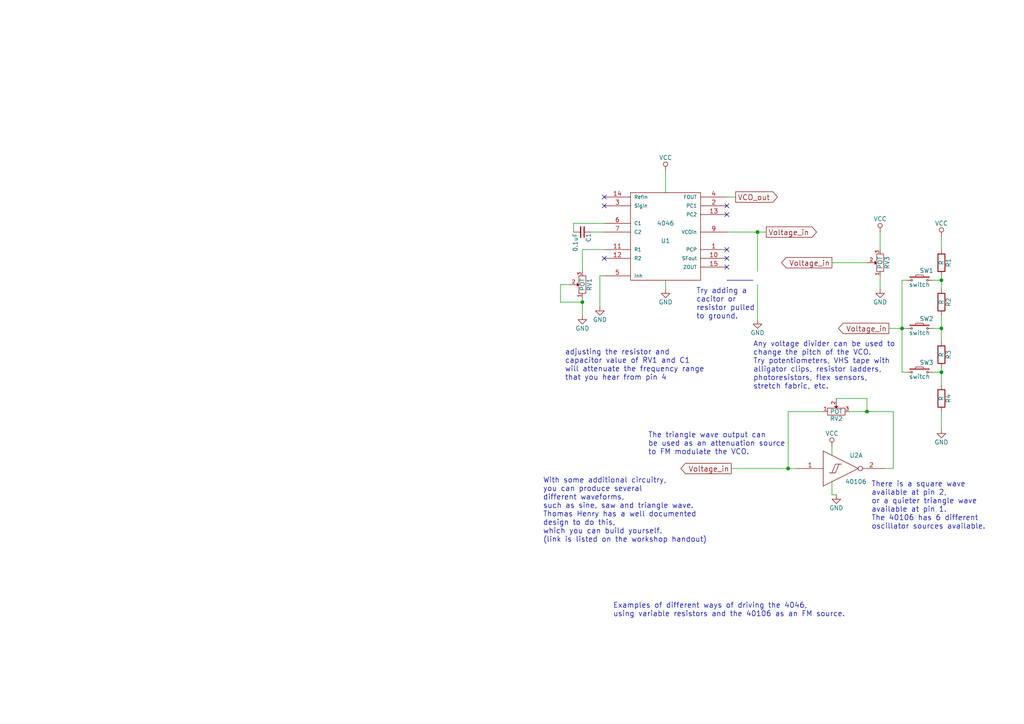
<source format=kicad_sch>
(kicad_sch (version 20230121) (generator eeschema)
  (paper "A4")
  (lib_symbols
    (symbol "CMOScircuits-rescue:40106" (pin_names (offset 1.016) hide)
      (property "Reference" "U" (at 2.54 3.81 0))
      (property "Value" "40106" (at 1.27 -3.81 0))
      (symbol "40106_0_0"
        (polyline (pts (xy -0.508 1.27) (xy -1.524 -1.27) (xy -2.54 -1.27) (xy -2.54 -1.27)))
        (polyline (pts (xy 0.254 1.27) (xy -1.524 1.27) (xy -2.54 -1.27) (xy -3.302 -1.27) (xy -3.302 -1.27)))
      )
      (symbol "40106_0_1"
        (polyline (pts (xy -5.08 -5.08) (xy -5.08 5.08)))
        (polyline (pts (xy -5.08 5.08) (xy 5.08 0)))
        (polyline (pts (xy 5.08 0) (xy -5.08 -5.08)))
      )
      (symbol "40106_0_2"
        (polyline (pts (xy -5.08 -5.08) (xy -5.08 5.08)))
        (polyline (pts (xy -5.08 5.08) (xy 5.08 0)))
        (polyline (pts (xy 5.08 0) (xy -5.08 -5.08)))
      )
      (symbol "40106_1_1"
        (pin input line (at -12.7 0 0) (length 7.62) (name "In") (number "1"))
        (pin power_in line (at -2.54 3.81 270) (length 0) hide (name "VDD") (number "14"))
        (pin output inverted (at 12.7 0 180) (length 7.62) (name "Out") (number "2"))
        (pin power_in line (at -2.54 -3.81 90) (length 0) hide (name "VSS") (number "7"))
      )
      (symbol "40106_1_2"
        (pin input inverted (at -12.7 0 0) (length 7.62) (name "In") (number "1"))
        (pin power_in line (at -2.54 3.81 270) (length 0) hide (name "VDD") (number "14"))
        (pin output line (at 12.7 0 180) (length 7.62) (name "Out") (number "2"))
        (pin power_in line (at -2.54 -3.81 90) (length 0) hide (name "VSS") (number "7"))
      )
      (symbol "40106_2_1"
        (pin power_in line (at -2.54 3.81 270) (length 0) hide (name "VDD") (number "14"))
        (pin input line (at -12.7 0 0) (length 7.62) (name "In") (number "3"))
        (pin output inverted (at 12.7 0 180) (length 7.62) (name "Out") (number "4"))
        (pin power_in line (at -2.54 -3.81 90) (length 0) hide (name "VSS") (number "7"))
      )
      (symbol "40106_2_2"
        (pin power_in line (at -2.54 3.81 270) (length 0) hide (name "VDD") (number "14"))
        (pin input line (at -12.7 0 0) (length 7.62) (name "In") (number "3"))
        (pin output line (at 12.7 0 180) (length 7.62) (name "Out") (number "4"))
        (pin power_in line (at -2.54 -3.81 90) (length 0) hide (name "VSS") (number "7"))
      )
      (symbol "40106_3_1"
        (pin power_in line (at -2.54 3.81 270) (length 0) hide (name "VDD") (number "14"))
        (pin input line (at -12.7 0 0) (length 7.62) (name "In") (number "5"))
        (pin output inverted (at 12.7 0 180) (length 7.62) (name "Out") (number "6"))
        (pin power_in line (at -2.54 -3.81 90) (length 0) hide (name "VSS") (number "7"))
      )
      (symbol "40106_3_2"
        (pin power_in line (at -2.54 3.81 270) (length 0) hide (name "VDD") (number "14"))
        (pin input line (at -12.7 0 0) (length 7.62) (name "In") (number "5"))
        (pin output line (at 12.7 0 180) (length 7.62) (name "Out") (number "6"))
        (pin power_in line (at -2.54 -3.81 90) (length 0) hide (name "VSS") (number "7"))
      )
      (symbol "40106_4_1"
        (pin power_in line (at -2.54 3.81 270) (length 0) hide (name "VDD") (number "14"))
        (pin power_in line (at -2.54 -3.81 90) (length 0) hide (name "VSS") (number "7"))
        (pin output inverted (at 12.7 0 180) (length 7.62) (name "Out") (number "8"))
        (pin input line (at -12.7 0 0) (length 7.62) (name "In") (number "9"))
      )
      (symbol "40106_4_2"
        (pin power_in line (at -2.54 3.81 270) (length 0) hide (name "VDD") (number "14"))
        (pin power_in line (at -2.54 -3.81 90) (length 0) hide (name "VSS") (number "7"))
        (pin output line (at 12.7 0 180) (length 7.62) (name "Out") (number "8"))
        (pin input line (at -12.7 0 0) (length 7.62) (name "In") (number "9"))
      )
      (symbol "40106_5_1"
        (pin output inverted (at 12.7 0 180) (length 7.62) (name "Out") (number "10"))
        (pin input line (at -12.7 0 0) (length 7.62) (name "In") (number "11"))
        (pin power_in line (at -2.54 3.81 270) (length 0) hide (name "VDD") (number "14"))
        (pin power_in line (at -2.54 -3.81 90) (length 0) hide (name "VSS") (number "7"))
      )
      (symbol "40106_5_2"
        (pin output line (at 12.7 0 180) (length 7.62) (name "Out") (number "10"))
        (pin input line (at -12.7 0 0) (length 7.62) (name "In") (number "11"))
        (pin power_in line (at -2.54 3.81 270) (length 0) hide (name "VDD") (number "14"))
        (pin power_in line (at -2.54 -3.81 90) (length 0) hide (name "VSS") (number "7"))
      )
      (symbol "40106_6_1"
        (pin output inverted (at 12.7 0 180) (length 7.62) (name "Out") (number "12"))
        (pin input line (at -12.7 0 0) (length 7.62) (name "In") (number "13"))
        (pin power_in line (at -2.54 3.81 270) (length 0) hide (name "VDD") (number "14"))
        (pin power_in line (at -2.54 -3.81 90) (length 0) hide (name "VSS") (number "7"))
      )
      (symbol "40106_6_2"
        (pin output line (at 12.7 0 180) (length 7.62) (name "Out") (number "12"))
        (pin input line (at -12.7 0 0) (length 7.62) (name "In") (number "13"))
        (pin power_in line (at -2.54 3.81 270) (length 0) hide (name "VDD") (number "14"))
        (pin power_in line (at -2.54 -3.81 90) (length 0) hide (name "VSS") (number "7"))
      )
    )
    (symbol "CMOScircuits-rescue:4046" (pin_names (offset 1.016))
      (property "Reference" "U" (at 0 -2.54 0))
      (property "Value" "4046" (at 0 2.54 0))
      (symbol "4046_0_1"
        (rectangle (start -10.16 11.43) (end 10.16 -13.97))
      )
      (symbol "4046_1_1"
        (pin output line (at 17.78 -5.08 180) (length 7.62) (name "PCP") (number "1"))
        (pin output line (at 17.78 -7.62 180) (length 7.62) (name "SFout") (number "10"))
        (pin input line (at -17.78 -5.08 0) (length 7.62) (name "R1") (number "11"))
        (pin input line (at -17.78 -7.62 0) (length 7.62) (name "R2") (number "12"))
        (pin tri_state line (at 17.78 5.08 180) (length 7.62) (name "PC2") (number "13"))
        (pin input line (at -17.78 10.16 0) (length 7.62) (name "RefIn") (number "14"))
        (pin output line (at 17.78 -10.16 180) (length 7.62) (name "ZOUT") (number "15"))
        (pin power_in line (at 0 11.43 270) (length 0) hide (name "VDD") (number "16"))
        (pin output line (at 17.78 7.62 180) (length 7.62) (name "PC1") (number "2"))
        (pin input line (at -17.78 7.62 0) (length 7.62) (name "SigIn") (number "3"))
        (pin input line (at 17.78 10.16 180) (length 7.62) (name "FOUT") (number "4"))
        (pin input line (at -17.78 -12.7 0) (length 7.62) (name "Inh") (number "5"))
        (pin input line (at -17.78 2.54 0) (length 7.62) (name "C1") (number "6"))
        (pin input line (at -17.78 0 0) (length 7.62) (name "C2") (number "7"))
        (pin power_in line (at 0 -13.97 90) (length 0) hide (name "VSS") (number "8"))
        (pin input line (at 17.78 0 180) (length 7.62) (name "VCOin") (number "9"))
      )
    )
    (symbol "CMOScircuits-rescue:C_Small" (pin_numbers hide) (pin_names (offset 0.254) hide)
      (property "Reference" "C" (at 0.254 1.778 0))
      (property "Value" "C_Small" (at 0.254 -2.032 0))
      (symbol "C_Small_0_1"
        (polyline (pts (xy -1.524 -0.508) (xy 1.524 -0.508)) (stroke (width 0.3302)))
        (polyline (pts (xy -1.524 0.508) (xy 1.524 0.508)) (stroke (width 0.3048)))
      )
      (symbol "C_Small_1_1"
        (pin passive line (at 0 2.54 270) (length 1.905) (name "~") (number "1"))
        (pin passive line (at 0 -2.54 90) (length 2.032) (name "~") (number "2"))
      )
    )
    (symbol "CMOScircuits-rescue:GND" (power) (pin_names (offset 0))
      (property "Value" "GND" (at 0 -3.81 0))
      (symbol "GND_0_1"
        (polyline (pts (xy 0 0) (xy 0 -1.27) (xy 1.27 -1.27) (xy 0 -2.54) (xy -1.27 -1.27) (xy 0 -1.27)))
      )
      (symbol "GND_1_1"
        (pin power_in line (at 0 0 270) (length 0) hide (name "GND") (number "1"))
      )
    )
    (symbol "CMOScircuits-rescue:POT" (pin_names (offset 1.016) hide)
      (property "Reference" "RV" (at 0 -2.032 0))
      (property "Value" "POT" (at 0 0 0))
      (symbol "POT_0_1"
        (rectangle (start -2.54 1.016) (end 2.54 -1.016))
        (polyline (pts (xy 0 1.016) (xy -0.508 1.524) (xy 0.508 1.524)) (fill (type outline)))
      )
      (symbol "POT_1_1"
        (pin passive line (at -3.81 0 0) (length 1.27) (name "1") (number "1"))
        (pin passive line (at 0 3.81 270) (length 2.54) (name "2") (number "2"))
        (pin passive line (at 3.81 0 180) (length 1.27) (name "3") (number "3"))
      )
    )
    (symbol "CMOScircuits-rescue:R" (pin_numbers hide) (pin_names (offset 0))
      (property "Reference" "R" (at 2.032 0 90))
      (property "Value" "R" (at 0 0 90))
      (symbol "R_0_1"
        (rectangle (start -1.016 -2.54) (end 1.016 2.54) (stroke (width 0.254)))
      )
      (symbol "R_1_1"
        (pin passive line (at 0 3.81 270) (length 1.27) (name "~") (number "1"))
        (pin passive line (at 0 -3.81 90) (length 1.27) (name "~") (number "2"))
      )
    )
    (symbol "CMOScircuits-rescue:SW_PUSH_SMALL_H" (pin_numbers hide) (pin_names (offset 1.016) hide)
      (property "Reference" "SW" (at 2.032 2.794 0))
      (property "Value" "SW_PUSH_SMALL_H" (at 9.144 -1.524 0))
      (symbol "SW_PUSH_SMALL_H_0_1"
        (circle (center -2.286 0) (radius 0.254))
        (polyline (pts (xy -2.794 0.762) (xy 2.794 0.762)))
        (polyline (pts (xy -2.794 0.762) (xy -2.794 1.016) (xy 2.794 1.016) (xy 2.794 0.762)))
        (polyline (pts (xy -1.27 1.016) (xy -1.016 1.524) (xy 1.016 1.524) (xy 1.27 1.016)))
        (circle (center 2.286 0) (radius 0.254))
        (pin passive line (at -3.81 0 0) (length 1.27) (name "1") (number "1"))
        (pin passive line (at 3.81 0 180) (length 1.27) (name "2") (number "2"))
      )
    )
    (symbol "CMOScircuits-rescue:VCC" (power) (pin_names (offset 0))
      (property "Value" "VCC" (at 0 3.81 0))
      (symbol "VCC_0_1"
        (polyline (pts (xy 0 0) (xy 0 1.27)))
        (circle (center 0 1.905) (radius 0.635))
      )
      (symbol "VCC_1_1"
        (pin power_in line (at 0 0 90) (length 0) hide (name "VCC") (number "1"))
      )
    )
  )
  (junction (at 168.91 87.63))
  (junction (at 219.71 67.31))
  (junction (at 251.46 119.38))
  (junction (at 273.05 107.95))
  (junction (at 273.05 95.25))
  (junction (at 228.6 135.89))
  (junction (at 273.05 81.28))
  (junction (at 261.62 95.25))
  (no_connect (at 210.82 72.39))
  (no_connect (at 210.82 62.23))
  (no_connect (at 210.82 77.47))
  (no_connect (at 210.82 59.69))
  (no_connect (at 175.26 59.69))
  (no_connect (at 175.26 74.93))
  (no_connect (at 175.26 57.15))
  (no_connect (at 210.82 74.93))
  (wire (pts (xy 210.82 57.15) (xy 213.36 57.15)))
  (wire (pts (xy 166.37 67.31) (xy 166.37 64.77)))
  (wire (pts (xy 259.08 119.38) (xy 259.08 135.89)))
  (wire (pts (xy 270.51 107.95) (xy 273.05 107.95)))
  (wire (pts (xy 162.56 87.63) (xy 162.56 82.55)))
  (wire (pts (xy 210.82 67.31) (xy 219.71 67.31)))
  (wire (pts (xy 259.08 135.89) (xy 256.54 135.89)))
  (wire (pts (xy 262.89 81.28) (xy 261.62 81.28)))
  (wire (pts (xy 261.62 81.28) (xy 261.62 95.25)))
  (wire (pts (xy 168.91 86.36) (xy 168.91 87.63)))
  (wire (pts (xy 255.27 72.39) (xy 255.27 67.31)))
  (wire (pts (xy 219.71 78.74) (xy 219.71 67.31)))
  (wire (pts (xy 168.91 87.63) (xy 168.91 91.44)))
  (wire (pts (xy 273.05 81.28) (xy 273.05 83.82)))
  (wire (pts (xy 273.05 91.44) (xy 273.05 95.25)))
  (wire (pts (xy 241.3 139.7) (xy 241.3 143.51)))
  (wire (pts (xy 193.04 49.53) (xy 193.04 55.88)))
  (wire (pts (xy 212.09 135.89) (xy 228.6 135.89)))
  (wire (pts (xy 251.46 76.2) (xy 241.3 76.2)))
  (wire (pts (xy 241.3 143.51) (xy 242.57 143.51)))
  (wire (pts (xy 261.62 95.25) (xy 262.89 95.25)))
  (wire (pts (xy 242.57 115.57) (xy 251.46 115.57)))
  (wire (pts (xy 273.05 106.68) (xy 273.05 107.95)))
  (wire (pts (xy 166.37 64.77) (xy 175.26 64.77)))
  (wire (pts (xy 273.05 107.95) (xy 273.05 111.76)))
  (wire (pts (xy 241.3 132.08) (xy 241.3 129.54)))
  (wire (pts (xy 273.05 72.39) (xy 273.05 68.58)))
  (wire (pts (xy 238.76 119.38) (xy 228.6 119.38)))
  (wire (pts (xy 251.46 115.57) (xy 251.46 119.38)))
  (wire (pts (xy 168.91 72.39) (xy 175.26 72.39)))
  (wire (pts (xy 246.38 119.38) (xy 251.46 119.38)))
  (wire (pts (xy 171.45 67.31) (xy 175.26 67.31)))
  (wire (pts (xy 270.51 95.25) (xy 273.05 95.25)))
  (wire (pts (xy 255.27 83.82) (xy 255.27 80.01)))
  (wire (pts (xy 168.91 78.74) (xy 168.91 72.39)))
  (wire (pts (xy 273.05 119.38) (xy 273.05 124.46)))
  (wire (pts (xy 173.99 80.01) (xy 175.26 80.01)))
  (wire (pts (xy 261.62 95.25) (xy 261.62 107.95)))
  (wire (pts (xy 168.91 87.63) (xy 162.56 87.63)))
  (wire (pts (xy 261.62 107.95) (xy 262.89 107.95)))
  (wire (pts (xy 219.71 67.31) (xy 222.25 67.31)))
  (wire (pts (xy 228.6 119.38) (xy 228.6 135.89)))
  (wire (pts (xy 193.04 83.82) (xy 193.04 81.28)))
  (wire (pts (xy 162.56 82.55) (xy 165.1 82.55)))
  (wire (pts (xy 273.05 95.25) (xy 273.05 99.06)))
  (wire (pts (xy 273.05 80.01) (xy 273.05 81.28)))
  (wire (pts (xy 270.51 81.28) (xy 273.05 81.28)))
  (wire (pts (xy 219.71 92.71) (xy 219.71 82.55)))
  (polyline (pts (xy 210.82 81.28) (xy 218.44 81.28)))
  (wire (pts (xy 251.46 119.38) (xy 259.08 119.38)))
  (wire (pts (xy 257.81 95.25) (xy 261.62 95.25)))
  (wire (pts (xy 173.99 88.9) (xy 173.99 80.01)))
  (wire (pts (xy 228.6 135.89) (xy 231.14 135.89)))
  (text "There is a square wave \navailable at pin 2, \nor a quieter triangle wave \navailable at pin 1.  \nThe 40106 has 6 different \noscillator sources available." (at 252.73 153.67 0) (effects (font (size 1.524 1.524)) (justify left bottom)))
  (text "Try adding a \ncacitor or \nresistor pulled \nto ground.\n" (at 201.93 92.71 0) (effects (font (size 1.524 1.524)) (justify left bottom)))
  (text "adjusting the resistor and \ncapacitor value of RV1 and C1 \nwill attenuate the frequency range \nthat you hear from pin 4\n" (at 163.83 110.49 0) (effects (font (size 1.524 1.524)) (justify left bottom)))
  (text "Examples of different ways of driving the 4046, \nusing variable resistors and the 40106 as an FM source." (at 177.8 179.07 0) (effects (font (size 1.524 1.524)) (justify left bottom)))
  (text "Any voltage divider can be used to \nchange the pitch of the VCO.  \nTry potentiometers, VHS tape with \nalligator clips, resistor ladders, \nphotoresistors, flex sensors, \nstretch fabric, etc. " (at 218.44 113.03 0) (effects (font (size 1.524 1.524)) (justify left bottom)))
  (text "With some additional circuitry, \nyou can produce several \ndifferent waveforms, \nsuch as sine, saw and triangle wave.  \nThomas Henry has a well documented\ndesign to do this, \nwhich you can build yourself.  \n(link is listed on the workshop handout)" (at 157.48 157.48 0) (effects (font (size 1.524 1.524)) (justify left bottom)))
  (text "The triangle wave output can \nbe used as an attenuation source \nto FM modulate the VCO.  \n" (at 187.96 132.08 0) (effects (font (size 1.524 1.524)) (justify left bottom)))
  (global_label "Voltage_in" (shape output) (at 222.25 67.31 0) (effects (font (size 1.524 1.524))) (property "Intersheetrefs" "${INTERSHEET_REFS}" (effects hide)))
  (global_label "Voltage_in" (shape output) (at 241.3 76.2 180) (effects (font (size 1.524 1.524))) (property "Intersheetrefs" "${INTERSHEET_REFS}" (effects hide)))
  (global_label "Voltage_in" (shape output) (at 257.81 95.25 180) (effects (font (size 1.524 1.524))) (property "Intersheetrefs" "${INTERSHEET_REFS}" (effects hide)))
  (global_label "VCO_out" (shape output) (at 213.36 57.15 0) (effects (font (size 1.524 1.524))) (property "Intersheetrefs" "${INTERSHEET_REFS}" (effects hide)))
  (global_label "Voltage_in" (shape output) (at 212.09 135.89 180) (effects (font (size 1.524 1.524))) (property "Intersheetrefs" "${INTERSHEET_REFS}" (effects hide)))
  (symbol (lib_id "CMOScircuits-rescue:4046") (at 193.04 67.31 0) (unit 1)
    (property "Reference" "U1" (at 193.04 69.85 0))
    (property "Value" "4046" (at 193.04 64.77 0))
  )
  (symbol (lib_id "CMOScircuits-rescue:C_Small") (at 168.91 67.31 270) (unit 1)
    (property "Reference" "C1" (at 170.688 67.564 0) (effects (justify left)))
    (property "Value" "0.1uF" (at 166.878 67.564 0) (effects (justify left)))
  )
  (symbol (lib_id "CMOScircuits-rescue:GND") (at 168.91 91.44 0) (unit 1)
    (property "Reference" "#PWR1" (effects hide))
    (property "Value" "GND" (at 168.91 95.25 0))
  )
  (symbol (lib_id "CMOScircuits-rescue:GND") (at 173.99 88.9 0) (unit 1)
    (property "Reference" "#PWR2" (effects hide))
    (property "Value" "GND" (at 173.99 92.71 0))
  )
  (symbol (lib_id "CMOScircuits-rescue:40106") (at 243.84 135.89 0) (unit 1)
    (property "Reference" "U2" (at 246.38 132.08 0) (effects (justify left)))
    (property "Value" "40106" (at 245.11 139.7 0) (effects (justify left)))
  )
  (symbol (lib_id "CMOScircuits-rescue:POT") (at 242.57 119.38 0) (unit 1)
    (property "Reference" "RV2" (at 242.57 121.412 0))
    (property "Value" "POT" (at 242.57 119.38 0))
  )
  (symbol (lib_id "CMOScircuits-rescue:POT") (at 255.27 76.2 90) (unit 1)
    (property "Reference" "RV3" (at 257.302 76.2 0))
    (property "Value" "POT" (at 255.27 76.2 0))
  )
  (symbol (lib_id "CMOScircuits-rescue:GND") (at 255.27 83.82 0) (unit 1)
    (property "Reference" "#PWR9" (effects hide))
    (property "Value" "GND" (at 255.27 87.63 0))
  )
  (symbol (lib_id "CMOScircuits-rescue:VCC") (at 255.27 67.31 0) (unit 1)
    (property "Reference" "#PWR8" (effects hide))
    (property "Value" "VCC" (at 255.27 63.5 0))
  )
  (symbol (lib_id "CMOScircuits-rescue:R") (at 273.05 76.2 0) (unit 1)
    (property "Reference" "R1" (at 275.082 76.2 90))
    (property "Value" "R" (at 273.05 76.2 90))
  )
  (symbol (lib_id "CMOScircuits-rescue:R") (at 273.05 87.63 0) (unit 1)
    (property "Reference" "R2" (at 275.082 87.63 90))
    (property "Value" "R" (at 273.05 87.63 90))
  )
  (symbol (lib_id "CMOScircuits-rescue:VCC") (at 273.05 68.58 0) (unit 1)
    (property "Reference" "#PWR10" (effects hide))
    (property "Value" "VCC" (at 273.05 64.77 0))
  )
  (symbol (lib_id "CMOScircuits-rescue:GND") (at 273.05 124.46 0) (unit 1)
    (property "Reference" "#PWR11" (effects hide))
    (property "Value" "GND" (at 273.05 128.27 0))
  )
  (symbol (lib_id "CMOScircuits-rescue:VCC") (at 193.04 49.53 0) (unit 1)
    (property "Reference" "#PWR3" (effects hide))
    (property "Value" "VCC" (at 193.04 45.72 0))
  )
  (symbol (lib_id "CMOScircuits-rescue:GND") (at 193.04 83.82 0) (unit 1)
    (property "Reference" "#PWR4" (effects hide))
    (property "Value" "GND" (at 193.04 87.63 0))
  )
  (symbol (lib_id "CMOScircuits-rescue:GND") (at 242.57 143.51 0) (unit 1)
    (property "Reference" "#PWR7" (effects hide))
    (property "Value" "GND" (at 242.57 147.32 0))
  )
  (symbol (lib_id "CMOScircuits-rescue:VCC") (at 241.3 129.54 0) (unit 1)
    (property "Reference" "#PWR6" (effects hide))
    (property "Value" "VCC" (at 241.3 125.73 0))
  )
  (symbol (lib_id "CMOScircuits-rescue:R") (at 273.05 102.87 0) (unit 1)
    (property "Reference" "R3" (at 275.082 102.87 90))
    (property "Value" "R" (at 273.05 102.87 90))
  )
  (symbol (lib_id "CMOScircuits-rescue:R") (at 273.05 115.57 0) (unit 1)
    (property "Reference" "R4" (at 275.082 115.57 90))
    (property "Value" "R" (at 273.05 115.57 90))
  )
  (symbol (lib_id "CMOScircuits-rescue:SW_PUSH_SMALL_H") (at 266.7 81.28 0) (unit 1)
    (property "Reference" "SW1" (at 268.732 78.486 0))
    (property "Value" "switch" (at 266.7 82.55 0))
  )
  (symbol (lib_id "CMOScircuits-rescue:SW_PUSH_SMALL_H") (at 266.7 95.25 0) (unit 1)
    (property "Reference" "SW2" (at 268.732 92.456 0))
    (property "Value" "switch" (at 266.7 96.52 0))
  )
  (symbol (lib_id "CMOScircuits-rescue:SW_PUSH_SMALL_H") (at 266.7 107.95 0) (unit 1)
    (property "Reference" "SW3" (at 268.732 105.156 0))
    (property "Value" "switch" (at 266.7 109.22 0))
  )
  (symbol (lib_id "CMOScircuits-rescue:GND") (at 219.71 92.71 0) (unit 1)
    (property "Reference" "#PWR5" (effects hide))
    (property "Value" "GND" (at 219.71 96.52 0))
  )
  (symbol (lib_id "CMOScircuits-rescue:POT") (at 168.91 82.55 90) (unit 1)
    (property "Reference" "RV1" (at 170.942 82.55 0))
    (property "Value" "POT" (at 168.91 82.55 0))
  )
)
</source>
